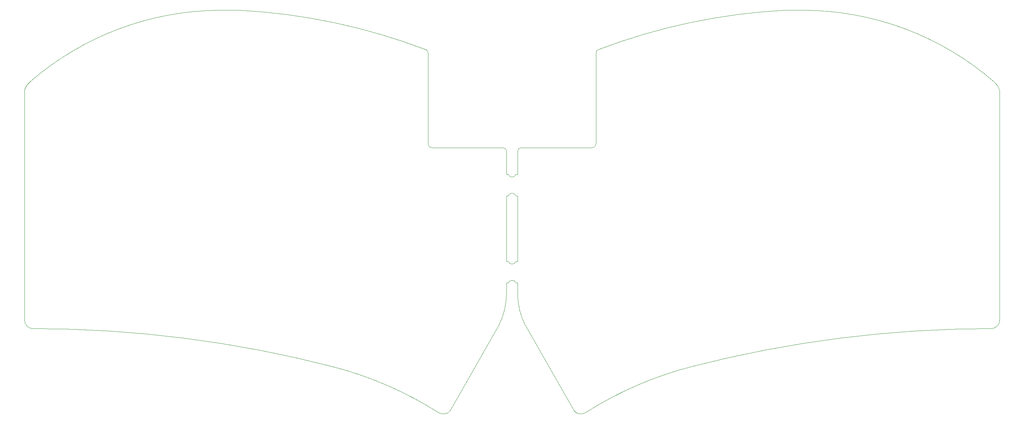
<source format=gbr>
%TF.GenerationSoftware,KiCad,Pcbnew,6.0.4+dfsg-1+b1*%
%TF.CreationDate,2022-04-16T20:30:22+01:00*%
%TF.ProjectId,sweep-mid,73776565-702d-46d6-9964-2e6b69636164,rev?*%
%TF.SameCoordinates,Original*%
%TF.FileFunction,Profile,NP*%
%FSLAX46Y46*%
G04 Gerber Fmt 4.6, Leading zero omitted, Abs format (unit mm)*
G04 Created by KiCad (PCBNEW 6.0.4+dfsg-1+b1) date 2022-04-16 20:30:22*
%MOMM*%
%LPD*%
G01*
G04 APERTURE LIST*
%TA.AperFunction,Profile*%
%ADD10C,0.050000*%
%TD*%
G04 APERTURE END LIST*
D10*
X148912000Y-82616000D02*
G75*
G03*
X148162000Y-81866000I-750000J0D01*
G01*
X148912000Y-93218000D02*
X148912000Y-101262000D01*
X131458000Y-81868917D02*
X148162000Y-81866000D01*
X147161679Y-123613657D02*
X135710000Y-143699265D01*
X147161678Y-123613657D02*
G75*
G03*
X148924000Y-116248000I-15055878J7495957D01*
G01*
X148912000Y-82616000D02*
X148924000Y-88110000D01*
X149288500Y-88110000D02*
X148924000Y-88110000D01*
X149288500Y-93218000D02*
X148912000Y-93218000D01*
X149288500Y-108628000D02*
X148924000Y-108628000D01*
X149288500Y-113728500D02*
X148912000Y-113728500D01*
X148912000Y-101262000D02*
X148924000Y-108628000D01*
X148912000Y-113728500D02*
X148924000Y-116248000D01*
X130457983Y-80868917D02*
G75*
G03*
X131458000Y-81868917I1000017J17D01*
G01*
X130458000Y-80868917D02*
X130463000Y-59473000D01*
X36893000Y-66223000D02*
G75*
G03*
X35465859Y-68237320I2445000J-3245000D01*
G01*
X130028245Y-58792471D02*
G75*
G03*
X85843227Y-49463504I-51477605J-134512869D01*
G01*
X37768000Y-124474571D02*
X37493002Y-124473917D01*
X132978006Y-144297990D02*
G75*
G03*
X107798171Y-133382330I-46750106J-73341610D01*
G01*
X107798171Y-133382330D02*
G75*
G03*
X37768000Y-124474571I-70310171J-273025670D01*
G01*
X35458002Y-122542999D02*
G75*
G03*
X37493002Y-124473917I1999998J69999D01*
G01*
X132978000Y-144298000D02*
G75*
G03*
X135710000Y-143699265I1070000J1650000D01*
G01*
X130463000Y-59473000D02*
G75*
G03*
X130028245Y-58792470I-750000J0D01*
G01*
X35465859Y-68237320D02*
X35458001Y-122542999D01*
X85843227Y-49463504D02*
X81868000Y-49468000D01*
X81868000Y-49468001D02*
G75*
G03*
X36893000Y-66223000I0J-68740099D01*
G01*
X168999840Y-81868917D02*
X152295840Y-81866000D01*
X151545840Y-113728500D02*
X151533840Y-116248000D01*
X153280536Y-123572150D02*
X164747840Y-143699265D01*
X264991981Y-68237320D02*
X264999839Y-122542999D01*
X214614613Y-49463504D02*
X218589840Y-49468000D01*
X151545840Y-101262000D02*
X151533840Y-108628000D01*
X152295840Y-81866040D02*
G75*
G03*
X151545840Y-82616000I-40J-749960D01*
G01*
X151545840Y-93218000D02*
X151545840Y-101262000D01*
X192659667Y-133382324D02*
G75*
G03*
X167479840Y-144298000I21570333J-84257276D01*
G01*
X263564840Y-66222999D02*
G75*
G03*
X218589840Y-49468000I-44975000J-51985101D01*
G01*
X262689840Y-124474581D02*
G75*
G03*
X192659669Y-133382330I279960J-281933419D01*
G01*
X164747794Y-143699294D02*
G75*
G03*
X167479840Y-144298000I1662006J1051294D01*
G01*
X151533862Y-116248000D02*
G75*
G03*
X153280536Y-123572150I16773838J129900D01*
G01*
X151545840Y-82616000D02*
X151533840Y-88110000D01*
X168999840Y-81868940D02*
G75*
G03*
X169999840Y-80868917I-40J1000040D01*
G01*
X169999840Y-80868917D02*
X169994840Y-59473000D01*
X264991968Y-68237324D02*
G75*
G03*
X263564840Y-66223000I-3872168J-1230676D01*
G01*
X214614613Y-49463500D02*
G75*
G03*
X170429595Y-58792470I7292587J-143841800D01*
G01*
X262689840Y-124474571D02*
X262964838Y-124473917D01*
X262964837Y-124473959D02*
G75*
G03*
X264999839Y-122542999I34963J2000959D01*
G01*
X170429605Y-58792491D02*
G75*
G03*
X169994840Y-59473000I315195J-680509D01*
G01*
X151533840Y-88110000D02*
X151193500Y-88110000D01*
X151533840Y-108628000D02*
X151193500Y-108628000D01*
X151545840Y-113728500D02*
X151193500Y-113728500D01*
X151193499Y-93218001D02*
G75*
G03*
X149288501Y-93218000I-952499J-380999D01*
G01*
X149288501Y-108627999D02*
G75*
G03*
X151193499Y-108628000I952499J360499D01*
G01*
X149288500Y-88109999D02*
G75*
G03*
X151193499Y-88110000I952500J352999D01*
G01*
X151193499Y-113728501D02*
G75*
G03*
X149288501Y-113728500I-952499J-380999D01*
G01*
X151545840Y-93218000D02*
X151193500Y-93218000D01*
M02*

</source>
